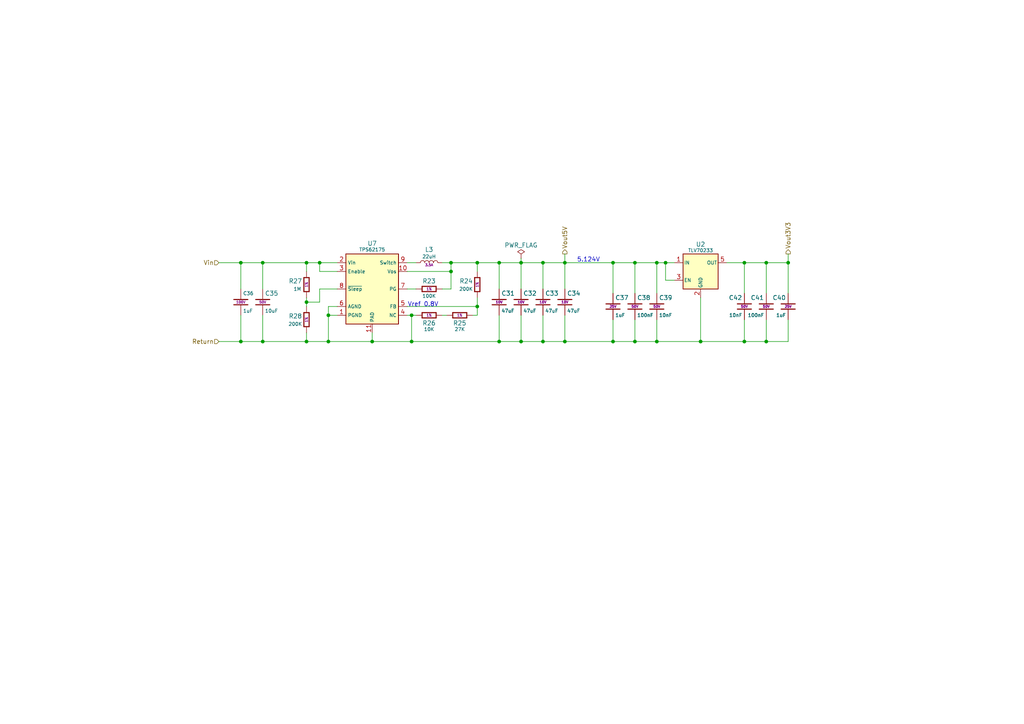
<source format=kicad_sch>
(kicad_sch (version 20231120) (generator "eeschema") (generator_version "8.0")
  (paper "A4")
  (lib_symbols
    (symbol "CoE_Capacitor:100nF" (pin_numbers hide) (pin_names (offset 0.254) hide)
      (property "Reference" "C" (at 0.635 2.54 0))
      (property "Value" "100nF" (at 0.635 -2.54 0))
      (property "Voltage" "50V" (at 0 0 0))
      (symbol "100nF_1_1"
        (polyline (pts (xy -2.032 -0.762) (xy 2.032 -0.762)) (stroke (width 0.3048)) (fill (type outline)))
        (polyline (pts (xy -2.032 0.762) (xy 2.032 0.762)) (stroke (width 0.3048)) (fill (type outline)))
        (pin passive line (at 0 3.81 270) (length 2.9972) (name "~") (number "1"))
        (pin passive line (at 0 -3.81 90) (length 2.9972) (name "~") (number "2"))
      )
    )
    (symbol "CoE_Capacitor:10nF" (pin_numbers hide) (pin_names (offset 0.254) hide)
      (property "Reference" "C" (at 0.635 2.54 0))
      (property "Value" "10nF" (at 0.635 -2.54 0))
      (property "Voltage" "50V" (at 0 0 0))
      (symbol "10nF_1_1"
        (polyline (pts (xy -2.032 -0.762) (xy 2.032 -0.762)) (stroke (width 0.3048)) (fill (type outline)))
        (polyline (pts (xy -2.032 0.762) (xy 2.032 0.762)) (stroke (width 0.3048)) (fill (type outline)))
        (pin passive line (at 0 3.81 270) (length 2.9972) (name "~") (number "1"))
        (pin passive line (at 0 -3.81 90) (length 2.9972) (name "~") (number "2"))
      )
    )
    (symbol "CoE_Capacitor:10uF" (pin_numbers hide) (pin_names (offset 0.254) hide)
      (property "Reference" "C" (at 0.635 2.54 0))
      (property "Value" "10uF" (at 0.635 -2.54 0))
      (property "Voltage" "50V" (at 0 0 0))
      (symbol "10uF_1_1"
        (polyline (pts (xy -2.032 -0.762) (xy 2.032 -0.762)) (stroke (width 0.3048)) (fill (type outline)))
        (polyline (pts (xy -2.032 0.762) (xy 2.032 0.762)) (stroke (width 0.3048)) (fill (type outline)))
        (pin passive line (at 0 3.81 270) (length 2.9972) (name "~") (number "1"))
        (pin passive line (at 0 -3.81 90) (length 2.9972) (name "~") (number "2"))
      )
    )
    (symbol "CoE_Capacitor:1uF" (pin_numbers hide) (pin_names (offset 0.254) hide)
      (property "Reference" "C" (at 0.635 2.54 0))
      (property "Value" "1uF" (at 0.635 -2.54 0))
      (property "Voltage" "25V" (at 0 0 0))
      (symbol "1uF_1_1"
        (polyline (pts (xy -2.032 -0.762) (xy 2.032 -0.762)) (stroke (width 0.3048)) (fill (type outline)))
        (polyline (pts (xy -2.032 0.762) (xy 2.032 0.762)) (stroke (width 0.3048)) (fill (type outline)))
        (pin passive line (at 0 3.81 270) (length 2.9972) (name "~") (number "1"))
        (pin passive line (at 0 -3.81 90) (length 2.9972) (name "~") (number "2"))
      )
    )
    (symbol "CoE_Capacitor:1uF-HV" (pin_numbers hide) (pin_names (offset 0.254) hide)
      (property "Reference" "C" (at 0.635 2.54 0))
      (property "Value" "1uF" (at 0.635 -2.54 0))
      (property "Voltage" "100V" (at 0 0 0))
      (symbol "1uF-HV_1_1"
        (polyline (pts (xy -2.032 -0.762) (xy 2.032 -0.762)) (stroke (width 0.3048)) (fill (type outline)))
        (polyline (pts (xy -2.032 0.762) (xy 2.032 0.762)) (stroke (width 0.3048)) (fill (type outline)))
        (pin passive line (at 0 3.81 270) (length 2.9972) (name "~") (number "1"))
        (pin passive line (at 0 -3.81 90) (length 2.9972) (name "~") (number "2"))
      )
    )
    (symbol "CoE_Capacitor:47uF" (pin_numbers hide) (pin_names (offset 0.254) hide)
      (property "Reference" "C" (at 0.635 2.54 0))
      (property "Value" "47uF" (at 0.635 -2.54 0))
      (property "Voltage" "10V" (at 0 0 0))
      (symbol "47uF_1_1"
        (polyline (pts (xy -2.032 -0.762) (xy 2.032 -0.762)) (stroke (width 0.3048)) (fill (type outline)))
        (polyline (pts (xy -2.032 0.762) (xy 2.032 0.762)) (stroke (width 0.3048)) (fill (type outline)))
        (pin passive line (at 0 3.81 270) (length 2.9972) (name "~") (number "1"))
        (pin passive line (at 0 -3.81 90) (length 2.9972) (name "~") (number "2"))
      )
    )
    (symbol "CoE_Inductor:22uH" (pin_numbers hide) (pin_names (offset 1.016) hide)
      (property "Reference" "L" (at 1.27 1.27 0))
      (property "Value" "22uH" (at 1.27 -1.27 0))
      (property "Saturation Current" "3.5A" (at -0.635 0 90))
      (symbol "22uH_0_1"
        (arc (start 0 -2.54) (mid 0.6323 -1.905) (end 0 -1.27))
        (arc (start 0 -1.27) (mid 0.6323 -0.635) (end 0 0))
        (arc (start 0 0) (mid 0.6323 0.635) (end 0 1.27))
        (arc (start 0 1.27) (mid 0.6323 1.905) (end 0 2.54))
      )
      (symbol "22uH_1_1"
        (pin passive line (at 0 3.81 270) (length 1.27) (name "1") (number "1"))
        (pin passive line (at 0 -3.81 90) (length 1.27) (name "2") (number "2"))
      )
    )
    (symbol "CoE_IntegratedCircuit:TLV70233" (pin_names (offset 0.254))
      (property "Reference" "U" (at 0 5.334 0))
      (property "Value" "TLV70233" (at 0 3.556 0))
      (symbol "TLV70233_0_1"
        (rectangle (start -5.08 2.54) (end 5.08 -7.62) (stroke (width 0.254)) (fill (type background)))
      )
      (symbol "TLV70233_1_1"
        (pin power_in line (at -7.62 0 0) (length 2.54) (name "IN") (number "1"))
        (pin power_in line (at 0 -10.16 90) (length 2.54) (name "GND") (number "2"))
        (pin input line (at -7.62 -5.08 0) (length 2.54) (name "EN") (number "3"))
        (pin no_connect line (at 7.62 -5.08 180) (length 2.54) hide (name "NC") (number "4"))
        (pin power_out line (at 7.62 0 180) (length 2.54) (name "OUT") (number "5"))
      )
    )
    (symbol "CoE_IntegratedCircuit:TPS62175"
      (property "Reference" "U" (at 0 13.208 0))
      (property "Value" "TPS62175" (at 0 11.43 0))
      (symbol "TPS62175_0_1"
        (rectangle (start -7.62 10.16) (end 7.62 -10.16) (stroke (width 0.254)) (fill (type background)))
      )
      (symbol "TPS62175_1_1"
        (pin power_in line (at -10.16 -7.62 0) (length 2.54) (name "PGND") (number "1"))
        (pin input line (at 10.16 5.08 180) (length 2.54) (name "Vos") (number "10"))
        (pin power_in line (at 0 -12.7 90) (length 2.54) (name "PAD") (number "11"))
        (pin power_in line (at -10.16 7.62 0) (length 2.54) (name "Vin") (number "2"))
        (pin input line (at -10.16 5.08 0) (length 2.54) (name "Enable") (number "3"))
        (pin passive line (at 10.16 -7.62 180) (length 2.54) (name "NC") (number "4"))
        (pin input line (at 10.16 -5.08 180) (length 2.54) (name "FB") (number "5"))
        (pin power_in line (at -10.16 -5.08 0) (length 2.54) (name "AGND") (number "6"))
        (pin output line (at 10.16 0 180) (length 2.54) (name "PG") (number "7"))
        (pin input line (at -10.16 0 0) (length 2.54) (name "~{Sleep}") (number "8"))
        (pin power_out line (at 10.16 7.62 180) (length 2.54) (name "Switch") (number "9"))
      )
    )
    (symbol "CoE_Resistor:100K" (pin_numbers hide) (pin_names (offset 0.254) hide)
      (property "Reference" "R" (at 1.27 1.27 0))
      (property "Value" "100K" (at 1.27 -1.27 0))
      (property "Tolerance" "1%" (at 0 0 90))
      (symbol "100K_1_1"
        (polyline (pts (xy -0.762 -2.032) (xy -0.762 2.032)) (stroke (width 0.3048)) (fill (type outline)))
        (polyline (pts (xy 0.762 -2.032) (xy -0.762 -2.032)) (stroke (width 0.3048)) (fill (type outline)))
        (polyline (pts (xy 0.762 -2.032) (xy 0.762 2.032)) (stroke (width 0.3048)) (fill (type outline)))
        (polyline (pts (xy 0.762 2.032) (xy -0.762 2.032)) (stroke (width 0.3048)) (fill (type outline)))
        (pin passive line (at 0 3.81 270) (length 1.6002) (name "~") (number "1"))
        (pin passive line (at 0 -3.81 90) (length 1.6002) (name "~") (number "2"))
      )
    )
    (symbol "CoE_Resistor:10K" (pin_numbers hide) (pin_names (offset 0.254) hide)
      (property "Reference" "R" (at 1.27 1.27 0))
      (property "Value" "10K" (at 1.27 -1.27 0))
      (property "Tolerance" "1%" (at 0 0 90))
      (symbol "10K_1_1"
        (polyline (pts (xy -0.762 -2.032) (xy -0.762 2.032)) (stroke (width 0.3048)) (fill (type outline)))
        (polyline (pts (xy 0.762 -2.032) (xy -0.762 -2.032)) (stroke (width 0.3048)) (fill (type outline)))
        (polyline (pts (xy 0.762 -2.032) (xy 0.762 2.032)) (stroke (width 0.3048)) (fill (type outline)))
        (polyline (pts (xy 0.762 2.032) (xy -0.762 2.032)) (stroke (width 0.3048)) (fill (type outline)))
        (pin passive line (at 0 3.81 270) (length 1.6002) (name "~") (number "1"))
        (pin passive line (at 0 -3.81 90) (length 1.6002) (name "~") (number "2"))
      )
    )
    (symbol "CoE_Resistor:1M" (pin_numbers hide) (pin_names (offset 0.254) hide)
      (property "Reference" "R" (at 1.27 1.27 0))
      (property "Value" "1M" (at 1.27 -1.27 0))
      (property "Tolerance" "1%" (at 0 0 90))
      (symbol "1M_1_1"
        (polyline (pts (xy -0.762 -2.032) (xy -0.762 2.032)) (stroke (width 0.3048)) (fill (type outline)))
        (polyline (pts (xy 0.762 -2.032) (xy -0.762 -2.032)) (stroke (width 0.3048)) (fill (type outline)))
        (polyline (pts (xy 0.762 -2.032) (xy 0.762 2.032)) (stroke (width 0.3048)) (fill (type outline)))
        (polyline (pts (xy 0.762 2.032) (xy -0.762 2.032)) (stroke (width 0.3048)) (fill (type outline)))
        (pin passive line (at 0 3.81 270) (length 1.6002) (name "~") (number "1"))
        (pin passive line (at 0 -3.81 90) (length 1.6002) (name "~") (number "2"))
      )
    )
    (symbol "CoE_Resistor:200K" (pin_numbers hide) (pin_names (offset 0.254) hide)
      (property "Reference" "R" (at 1.27 1.27 0))
      (property "Value" "200K" (at 1.27 -1.27 0))
      (property "Tolerance" "1%" (at 0 0 90))
      (symbol "200K_1_1"
        (polyline (pts (xy -0.762 -2.032) (xy -0.762 2.032)) (stroke (width 0.3048)) (fill (type outline)))
        (polyline (pts (xy 0.762 -2.032) (xy -0.762 -2.032)) (stroke (width 0.3048)) (fill (type outline)))
        (polyline (pts (xy 0.762 -2.032) (xy 0.762 2.032)) (stroke (width 0.3048)) (fill (type outline)))
        (polyline (pts (xy 0.762 2.032) (xy -0.762 2.032)) (stroke (width 0.3048)) (fill (type outline)))
        (pin passive line (at 0 3.81 270) (length 1.6002) (name "~") (number "1"))
        (pin passive line (at 0 -3.81 90) (length 1.6002) (name "~") (number "2"))
      )
    )
    (symbol "CoE_Resistor:27K" (pin_numbers hide) (pin_names (offset 0.254) hide)
      (property "Reference" "R" (at 1.27 1.27 0))
      (property "Value" "27K" (at 1.27 -1.27 0))
      (property "Tolerance" "1%" (at 0 0 90))
      (symbol "27K_1_1"
        (polyline (pts (xy -0.762 -2.032) (xy -0.762 2.032)) (stroke (width 0.3048)) (fill (type outline)))
        (polyline (pts (xy 0.762 -2.032) (xy -0.762 -2.032)) (stroke (width 0.3048)) (fill (type outline)))
        (polyline (pts (xy 0.762 -2.032) (xy 0.762 2.032)) (stroke (width 0.3048)) (fill (type outline)))
        (polyline (pts (xy 0.762 2.032) (xy -0.762 2.032)) (stroke (width 0.3048)) (fill (type outline)))
        (pin passive line (at 0 3.81 270) (length 1.6002) (name "~") (number "1"))
        (pin passive line (at 0 -3.81 90) (length 1.6002) (name "~") (number "2"))
      )
    )
    (symbol "power:PWR_FLAG" (power) (pin_numbers hide) (pin_names (offset 0) hide)
      (property "Value" "PWR_FLAG" (at 0 3.81 0))
      (symbol "PWR_FLAG_0_0"
        (pin power_out line (at 0 0 90) (length 0) (name "~") (number "1"))
      )
      (symbol "PWR_FLAG_0_1"
        (polyline (pts (xy 0 0) (xy 0 1.27) (xy -1.016 1.905) (xy 0 2.54) (xy 1.016 1.905) (xy 0 1.27)))
      )
    )
  )
  (junction (at 190.5 99.06))
  (junction (at 193.04 76.2))
  (junction (at 184.15 76.2))
  (junction (at 107.95 99.06))
  (junction (at 215.9 99.06))
  (junction (at 151.13 99.06))
  (junction (at 157.48 99.06))
  (junction (at 95.25 99.06))
  (junction (at 144.78 76.2))
  (junction (at 138.43 76.2))
  (junction (at 157.48 76.2))
  (junction (at 119.38 91.44))
  (junction (at 177.8 99.06))
  (junction (at 177.8 76.2))
  (junction (at 95.25 91.44))
  (junction (at 92.71 76.2))
  (junction (at 215.9 76.2))
  (junction (at 69.85 76.2))
  (junction (at 138.43 88.9))
  (junction (at 222.25 99.06))
  (junction (at 88.9 76.2))
  (junction (at 163.83 99.06))
  (junction (at 190.5 76.2))
  (junction (at 76.2 99.06))
  (junction (at 130.81 78.74))
  (junction (at 130.81 76.2))
  (junction (at 76.2 76.2))
  (junction (at 88.9 99.06))
  (junction (at 119.38 99.06))
  (junction (at 151.13 76.2))
  (junction (at 203.2 99.06))
  (junction (at 228.6 76.2))
  (junction (at 69.85 99.06))
  (junction (at 88.9 87.63))
  (junction (at 184.15 99.06))
  (junction (at 222.25 76.2))
  (junction (at 163.83 76.2))
  (junction (at 144.78 99.06))
  (wire (pts (xy 95.25 99.06) (xy 95.25 91.44)))
  (wire (pts (xy 69.85 99.06) (xy 76.2 99.06)))
  (wire (pts (xy 184.15 92.71) (xy 184.15 99.06)))
  (wire (pts (xy 129.54 91.44) (xy 128.27 91.44)))
  (wire (pts (xy 228.6 73.66) (xy 228.6 76.2)))
  (wire (pts (xy 138.43 88.9) (xy 138.43 91.44)))
  (wire (pts (xy 88.9 76.2) (xy 88.9 78.74)))
  (wire (pts (xy 138.43 76.2) (xy 144.78 76.2)))
  (wire (pts (xy 184.15 99.06) (xy 177.8 99.06)))
  (wire (pts (xy 222.25 76.2) (xy 215.9 76.2)))
  (wire (pts (xy 138.43 91.44) (xy 137.16 91.44)))
  (wire (pts (xy 190.5 99.06) (xy 190.5 92.71)))
  (wire (pts (xy 222.25 99.06) (xy 215.9 99.06)))
  (wire (pts (xy 144.78 76.2) (xy 151.13 76.2)))
  (wire (pts (xy 76.2 91.44) (xy 76.2 99.06)))
  (wire (pts (xy 215.9 76.2) (xy 210.82 76.2)))
  (wire (pts (xy 118.11 76.2) (xy 120.65 76.2)))
  (wire (pts (xy 88.9 96.52) (xy 88.9 99.06)))
  (wire (pts (xy 76.2 76.2) (xy 76.2 83.82)))
  (wire (pts (xy 184.15 99.06) (xy 190.5 99.06)))
  (wire (pts (xy 163.83 91.44) (xy 163.83 99.06)))
  (wire (pts (xy 92.71 78.74) (xy 92.71 76.2)))
  (wire (pts (xy 97.79 83.82) (xy 92.71 83.82)))
  (wire (pts (xy 92.71 76.2) (xy 88.9 76.2)))
  (wire (pts (xy 118.11 78.74) (xy 130.81 78.74)))
  (wire (pts (xy 193.04 81.28) (xy 193.04 76.2)))
  (wire (pts (xy 76.2 76.2) (xy 69.85 76.2)))
  (wire (pts (xy 138.43 88.9) (xy 138.43 86.36)))
  (wire (pts (xy 215.9 85.09) (xy 215.9 76.2)))
  (wire (pts (xy 195.58 81.28) (xy 193.04 81.28)))
  (wire (pts (xy 92.71 83.82) (xy 92.71 87.63)))
  (wire (pts (xy 63.5 76.2) (xy 69.85 76.2)))
  (wire (pts (xy 177.8 76.2) (xy 177.8 85.09)))
  (wire (pts (xy 95.25 91.44) (xy 97.79 91.44)))
  (wire (pts (xy 151.13 74.93) (xy 151.13 76.2)))
  (wire (pts (xy 76.2 99.06) (xy 88.9 99.06)))
  (wire (pts (xy 177.8 76.2) (xy 184.15 76.2)))
  (wire (pts (xy 88.9 76.2) (xy 76.2 76.2)))
  (wire (pts (xy 130.81 78.74) (xy 130.81 76.2)))
  (wire (pts (xy 138.43 76.2) (xy 138.43 78.74)))
  (wire (pts (xy 203.2 86.36) (xy 203.2 99.06)))
  (wire (pts (xy 151.13 76.2) (xy 151.13 83.82)))
  (wire (pts (xy 107.95 96.52) (xy 107.95 99.06)))
  (wire (pts (xy 118.11 88.9) (xy 138.43 88.9)))
  (wire (pts (xy 222.25 85.09) (xy 222.25 76.2)))
  (wire (pts (xy 177.8 99.06) (xy 163.83 99.06)))
  (wire (pts (xy 190.5 76.2) (xy 190.5 85.09)))
  (wire (pts (xy 107.95 99.06) (xy 95.25 99.06)))
  (wire (pts (xy 215.9 99.06) (xy 203.2 99.06)))
  (wire (pts (xy 151.13 99.06) (xy 157.48 99.06)))
  (wire (pts (xy 119.38 99.06) (xy 144.78 99.06)))
  (wire (pts (xy 88.9 99.06) (xy 95.25 99.06)))
  (wire (pts (xy 92.71 76.2) (xy 97.79 76.2)))
  (wire (pts (xy 157.48 76.2) (xy 157.48 83.82)))
  (wire (pts (xy 88.9 87.63) (xy 88.9 88.9)))
  (wire (pts (xy 177.8 92.71) (xy 177.8 99.06)))
  (wire (pts (xy 144.78 99.06) (xy 151.13 99.06)))
  (wire (pts (xy 144.78 76.2) (xy 144.78 83.82)))
  (wire (pts (xy 193.04 76.2) (xy 195.58 76.2)))
  (wire (pts (xy 222.25 92.71) (xy 222.25 99.06)))
  (wire (pts (xy 184.15 76.2) (xy 184.15 85.09)))
  (wire (pts (xy 97.79 88.9) (xy 95.25 88.9)))
  (wire (pts (xy 118.11 91.44) (xy 119.38 91.44)))
  (wire (pts (xy 119.38 91.44) (xy 120.65 91.44)))
  (wire (pts (xy 130.81 76.2) (xy 138.43 76.2)))
  (wire (pts (xy 203.2 99.06) (xy 190.5 99.06)))
  (wire (pts (xy 157.48 99.06) (xy 163.83 99.06)))
  (wire (pts (xy 228.6 99.06) (xy 222.25 99.06)))
  (wire (pts (xy 118.11 83.82) (xy 120.65 83.82)))
  (wire (pts (xy 163.83 76.2) (xy 177.8 76.2)))
  (wire (pts (xy 163.83 76.2) (xy 163.83 83.82)))
  (wire (pts (xy 95.25 88.9) (xy 95.25 91.44)))
  (wire (pts (xy 128.27 83.82) (xy 130.81 83.82)))
  (wire (pts (xy 157.48 91.44) (xy 157.48 99.06)))
  (wire (pts (xy 92.71 87.63) (xy 88.9 87.63)))
  (wire (pts (xy 184.15 76.2) (xy 190.5 76.2)))
  (wire (pts (xy 144.78 91.44) (xy 144.78 99.06)))
  (wire (pts (xy 163.83 73.66) (xy 163.83 76.2)))
  (wire (pts (xy 88.9 86.36) (xy 88.9 87.63)))
  (wire (pts (xy 107.95 99.06) (xy 119.38 99.06)))
  (wire (pts (xy 119.38 91.44) (xy 119.38 99.06)))
  (wire (pts (xy 151.13 76.2) (xy 157.48 76.2)))
  (wire (pts (xy 151.13 91.44) (xy 151.13 99.06)))
  (wire (pts (xy 130.81 83.82) (xy 130.81 78.74)))
  (wire (pts (xy 69.85 76.2) (xy 69.85 83.82)))
  (wire (pts (xy 69.85 91.44) (xy 69.85 99.06)))
  (wire (pts (xy 228.6 76.2) (xy 222.25 76.2)))
  (wire (pts (xy 97.79 78.74) (xy 92.71 78.74)))
  (wire (pts (xy 157.48 76.2) (xy 163.83 76.2)))
  (wire (pts (xy 63.5 99.06) (xy 69.85 99.06)))
  (wire (pts (xy 190.5 76.2) (xy 193.04 76.2)))
  (wire (pts (xy 130.81 76.2) (xy 128.27 76.2)))
  (wire (pts (xy 228.6 92.71) (xy 228.6 99.06)))
  (wire (pts (xy 228.6 85.09) (xy 228.6 76.2)))
  (wire (pts (xy 215.9 92.71) (xy 215.9 99.06)))
  (text "Vref 0.8V " (at 123.19 88.392 0) (effects (font (size 1.27 1.27))))
  (text "5.124V" (at 170.688 75.438 0) (effects (font (size 1.27 1.27))))
  (hierarchical_label "Vout5V" (shape output) (at 163.83 73.66 90))
  (hierarchical_label "Vin" (shape input) (at 63.5 76.2 180))
  (hierarchical_label "Vout3V3" (shape output) (at 228.6 73.66 90))
  (hierarchical_label "Return" (shape input) (at 63.5 99.06 180))
  (symbol (lib_id "CoE_Capacitor:100nF") (at 184.15 88.9 0) (unit 1)
    (property "Reference" "C38" (at 184.785 86.36 0) (effects (justify left)))
    (property "Value" "100nF" (at 184.785 91.44 0) (effects (font (size 0.9906 0.9906)) (justify left)))
    (property "Footprint" "CoF_Capacitor:C-0402" (effects (hide yes)))
    (property "Description" "50V 100nF X7R ±10% 0402 Multilayer Ceramic Capacitors MLCC - SMD/SMT ROHS" (effects (hide yes)))
    (property "Voltage" "50V" (at 184.15 88.9 0) (effects (font (size 0.7112 0.7112))))
    (property "MFR. Part #" "CL05B104KB54PNC" (effects (hide yes)))
    (property "JLCPCB Part #" "C307331" (effects (hide yes)))
  )
  (symbol (lib_id "CoE_Resistor:27K") (at 133.35 91.44 270) (unit 1)
    (property "Reference" "R25" (at 133.35 93.726 90))
    (property "Value" "27K" (at 133.35 95.504 90) (effects (font (size 0.9906 0.9906))))
    (property "Footprint" "CoF_Resistor:R-0402" (effects (hide yes)))
    (property "Description" "1/16W Thick Film Resistors 50V ±1% ±100ppm/℃ -55℃~+155℃ 27kΩ 0402 Chip Resistor - Surface Mount ROHS" (effects (hide yes)))
    (property "Tolerance" "1%" (at 133.35 91.44 90) (effects (font (size 0.7112 0.7112))))
    (property "MFR. Part #" "0402WGF2702TCE" (effects (hide yes)))
    (property "JLCPCB Part #" "C25771" (effects (hide yes)))
  )
  (symbol (lib_id "CoE_Capacitor:47uF") (at 144.78 87.63 0) (unit 1)
    (property "Reference" "C31" (at 145.415 85.09 0) (effects (justify left)))
    (property "Value" "47uF" (at 145.415 90.17 0) (effects (font (size 0.9906 0.9906)) (justify left)))
    (property "Footprint" "CoF_Capacitor:C-1210" (effects (hide yes)))
    (property "Description" "10V 47uF X5R ±20% 1210 Multilayer Ceramic Capacitors MLCC - SMD/SMT ROHS" (effects (hide yes)))
    (property "Voltage" "10V" (at 144.78 87.63 0) (effects (font (size 0.7112 0.7112))))
    (property "MFR. Part #" "C3225X5R1A476MT000E" (effects (hide yes)))
    (property "JLCPCB Part #" "C76680" (effects (hide yes)))
  )
  (symbol (lib_id "CoE_Capacitor:100nF") (at 222.25 88.9 0) (mirror y) (unit 1)
    (property "Reference" "C41" (at 221.615 86.36 0) (effects (justify left)))
    (property "Value" "100nF" (at 221.615 91.44 0) (effects (font (size 0.9906 0.9906)) (justify left)))
    (property "Footprint" "CoF_Capacitor:C-0402" (effects (hide yes)))
    (property "Description" "50V 100nF X7R ±10% 0402 Multilayer Ceramic Capacitors MLCC - SMD/SMT ROHS" (effects (hide yes)))
    (property "Voltage" "50V" (at 222.25 88.9 0) (effects (font (size 0.7112 0.7112))))
    (property "MFR. Part #" "CL05B104KB54PNC" (effects (hide yes)))
    (property "JLCPCB Part #" "C307331" (effects (hide yes)))
  )
  (symbol (lib_id "CoE_IntegratedCircuit:TPS62175") (at 107.95 83.82 0) (unit 1)
    (property "Reference" "U7" (at 107.95 70.612 0))
    (property "Value" "TPS62175" (at 107.95 72.39 0) (effects (font (size 0.9906 0.9906))))
    (property "Footprint" "CoF_SmallOutline:WSON10-2x3" (effects (hide yes)))
    (property "Datasheet" "https://www.ti.com/lit/ds/symlink/tps62175.pdf" (effects (hide yes)))
    (property "Description" "28V, 0.5A Step-Down Converter with SNOOZE Mode" (effects (hide yes)))
    (property "MFR.Part #" "TPS62175DQCR" (effects (hide yes)))
    (property "JLCPCB Part #" "C32097" (effects (hide yes)))
  )
  (symbol (lib_id "CoE_Capacitor:47uF") (at 157.48 87.63 0) (unit 1)
    (property "Reference" "C33" (at 158.115 85.09 0) (effects (justify left)))
    (property "Value" "47uF" (at 158.115 90.17 0) (effects (font (size 0.9906 0.9906)) (justify left)))
    (property "Footprint" "CoF_Capacitor:C-1210" (effects (hide yes)))
    (property "Description" "10V 47uF X5R ±20% 1210 Multilayer Ceramic Capacitors MLCC - SMD/SMT ROHS" (effects (hide yes)))
    (property "Voltage" "10V" (at 157.48 87.63 0) (effects (font (size 0.7112 0.7112))))
    (property "MFR. Part #" "C3225X5R1A476MT000E" (effects (hide yes)))
    (property "JLCPCB Part #" "C76680" (effects (hide yes)))
  )
  (symbol (lib_id "CoE_Capacitor:1uF") (at 228.6 88.9 0) (mirror y) (unit 1)
    (property "Reference" "C40" (at 227.965 86.36 0) (effects (justify left)))
    (property "Value" "1uF" (at 227.965 91.44 0) (effects (font (size 0.9906 0.9906)) (justify left)))
    (property "Footprint" "CoF_Capacitor:C-0402" (effects (hide yes)))
    (property "Description" "25V 1uF X5R ±10% 0402 Multilayer Ceramic Capacitors MLCC - SMD/SMT ROHS" (effects (hide yes)))
    (property "Voltage" "25V" (at 228.6 88.9 0) (effects (font (size 0.7112 0.7112))))
    (property "MFR. Part #" "CL05A105KA5NQNC" (effects (hide yes)))
    (property "JLCPCB Part #" "C52923" (effects (hide yes)))
  )
  (symbol (lib_id "CoE_Capacitor:1uF-HV") (at 69.85 87.63 0) (unit 1)
    (property "Reference" "C36" (at 70.485 85.09 0) (effects (font (size 1 1)) (justify left)))
    (property "Value" "1uF" (at 70.485 90.17 0) (effects (font (size 0.9906 0.9906)) (justify left)))
    (property "Footprint" "CoF_Capacitor:C-1206" (effects (hide yes)))
    (property "Description" "100V 1uF X7R ±20% 1206  Multilayer Ceramic Capacitors MLCC - SMD/SMT ROHS" (effects (hide yes)))
    (property "Voltage" "100V" (at 69.85 87.63 0) (effects (font (size 0.7112 0.7112))))
    (property "MFR. Part #" "NC1206B105M101CEGN" (effects (hide yes)))
    (property "JLCPCB Part #" "C2961023" (effects (hide yes)))
  )
  (symbol (lib_id "CoE_Resistor:1M") (at 88.9 82.55 0) (unit 1)
    (property "Reference" "R27" (at 87.63 81.534 0) (effects (justify right)))
    (property "Value" "1M" (at 87.376 83.82 0) (effects (font (size 0.9906 0.9906)) (justify right)))
    (property "Footprint" "CoF_Resistor:R-0402" (effects (hide yes)))
    (property "Description" "1/16W Thick Film Resistors 50V ±1% ±100ppm/℃ -55℃~+155℃ 1MΩ 0402 Chip Resistor - Surface Mount ROHS" (effects (hide yes)))
    (property "Tolerance" "1%" (at 88.9 82.55 90) (effects (font (size 0.7112 0.7112))))
    (property "MFR. Part #" "0402WGF1004TCE" (effects (hide yes)))
    (property "JLCPCB Part #" "C26083" (effects (hide yes)))
  )
  (symbol (lib_id "CoE_Inductor:22uH") (at 124.46 76.2 90) (unit 1)
    (property "Reference" "L3" (at 124.46 72.39 90))
    (property "Value" "22uH" (at 124.46 74.422 90) (effects (font (size 0.9906 0.9906))))
    (property "Footprint" "CoF_Inductor:L-7.1-6.6" (effects (hide yes)))
    (property "Datasheet" "https://datasheet.lcsc.com/lcsc/2108131530_SXN-Shun-Xiang-Nuo-Elec-SMMS0630-220M_C128694.pdf" (effects (hide yes)))
    (property "Description" "22uH ±20% SMD,7.3x6.6x3mm Power Inductors ROHS" (effects (hide yes)))
    (property "Saturation Current" "3.5A" (at 124.46 76.835 90) (effects (font (size 0.7112 0.7112))))
    (property "MFR. Part #" "SMMS0630-220M" (effects (hide yes)))
    (property "JLCPCB Part #" "C128694" (effects (hide yes)))
  )
  (symbol (lib_id "CoE_Capacitor:47uF") (at 163.83 87.63 0) (unit 1)
    (property "Reference" "C34" (at 164.465 85.09 0) (effects (justify left)))
    (property "Value" "47uF" (at 164.465 90.17 0) (effects (font (size 0.9906 0.9906)) (justify left)))
    (property "Footprint" "CoF_Capacitor:C-1210" (effects (hide yes)))
    (property "Description" "10V 47uF X5R ±20% 1210 Multilayer Ceramic Capacitors MLCC - SMD/SMT ROHS" (effects (hide yes)))
    (property "Voltage" "10V" (at 163.83 87.63 0) (effects (font (size 0.7112 0.7112))))
    (property "MFR. Part #" "C3225X5R1A476MT000E" (effects (hide yes)))
    (property "JLCPCB Part #" "C76680" (effects (hide yes)))
  )
  (symbol (lib_id "CoE_IntegratedCircuit:TLV70233") (at 203.2 76.2 0) (unit 1)
    (property "Reference" "U2" (at 203.2 70.866 0))
    (property "Value" "TLV70233" (at 203.2 72.644 0) (effects (font (size 0.9906 0.9906))))
    (property "Footprint" "CoF_SmallOutline:SOT-23-5" (effects (hide yes)))
    (property "Datasheet" "https://wmsc.lcsc.com/wmsc/upload/file/pdf/v2/lcsc/1809251716_Texas-Instruments-TLV70233DBVR_C26833.pdf" (effects (hide yes)))
    (property "Description" "300mA 68dB@(1kHz) Fixed 3.3V Positive 5.5V SOT-23-5  Linear Voltage Regulators (LDO) ROHS" (effects (hide yes)))
    (property "MFR.Part #" "TLV70233DBVR" (effects (hide yes)))
    (property "JLCPCB Part #" "C26833" (effects (hide yes)))
  )
  (symbol (lib_id "power:PWR_FLAG") (at 151.13 74.93 0) (unit 1)
    (property "Reference" "#FLG03" (effects (hide yes)))
    (property "Value" "PWR_FLAG" (at 151.13 71.12 0))
    (property "Description" "Special symbol for telling ERC where power comes from" (effects (hide yes)))
  )
  (symbol (lib_id "CoE_Capacitor:10nF") (at 215.9 88.9 0) (mirror y) (unit 1)
    (property "Reference" "C42" (at 215.265 86.36 0) (effects (justify left)))
    (property "Value" "10nF" (at 215.265 91.44 0) (effects (font (size 0.9906 0.9906)) (justify left)))
    (property "Footprint" "CoF_Capacitor:C-0402" (effects (hide yes)))
    (property "Description" "50V 10nF X7R ±10% 0402 Multilayer Ceramic Capacitors MLCC - SMD/SMT ROHS" (effects (hide yes)))
    (property "Voltage" "50V" (at 215.9 88.9 0) (effects (font (size 0.7112 0.7112))))
    (property "MFR. Part #" "CL05B103KB5NNNC" (effects (hide yes)))
    (property "JLCPCB Part #" "C15195" (effects (hide yes)))
  )
  (symbol (lib_id "CoE_Capacitor:47uF") (at 151.13 87.63 0) (unit 1)
    (property "Reference" "C32" (at 151.765 85.09 0) (effects (justify left)))
    (property "Value" "47uF" (at 151.765 90.17 0) (effects (font (size 0.9906 0.9906)) (justify left)))
    (property "Footprint" "CoF_Capacitor:C-1210" (effects (hide yes)))
    (property "Description" "10V 47uF X5R ±20% 1210 Multilayer Ceramic Capacitors MLCC - SMD/SMT ROHS" (effects (hide yes)))
    (property "Voltage" "10V" (at 151.13 87.63 0) (effects (font (size 0.7112 0.7112))))
    (property "MFR. Part #" "C3225X5R1A476MT000E" (effects (hide yes)))
    (property "JLCPCB Part #" "C76680" (effects (hide yes)))
  )
  (symbol (lib_id "CoE_Capacitor:10uF") (at 76.2 87.63 0) (unit 1)
    (property "Reference" "C35" (at 76.835 85.09 0) (effects (justify left)))
    (property "Value" "10uF" (at 76.835 90.17 0) (effects (font (size 0.9906 0.9906)) (justify left)))
    (property "Footprint" "CoF_Capacitor:C-0805" (effects (hide yes)))
    (property "Description" "50V 10uF X5R ±10% 0805 Multilayer Ceramic Capacitors MLCC - SMD/SMT ROHS " (effects (hide yes)))
    (property "Voltage" "50V" (at 76.2 87.63 0) (effects (font (size 0.7112 0.7112))))
    (property "MFR. Part #" "GRM21BR61H106KE43L" (effects (hide yes)))
    (property "JLCPCB Part #" "C440198" (effects (hide yes)))
  )
  (symbol (lib_id "CoE_Capacitor:1uF") (at 177.8 88.9 0) (unit 1)
    (property "Reference" "C37" (at 178.435 86.36 0) (effects (justify left)))
    (property "Value" "1uF" (at 178.435 91.44 0) (effects (font (size 0.9906 0.9906)) (justify left)))
    (property "Footprint" "CoF_Capacitor:C-0402" (effects (hide yes)))
    (property "Description" "25V 1uF X5R ±10% 0402 Multilayer Ceramic Capacitors MLCC - SMD/SMT ROHS" (effects (hide yes)))
    (property "Voltage" "25V" (at 177.8 88.9 0) (effects (font (size 0.7112 0.7112))))
    (property "MFR. Part #" "CL05A105KA5NQNC" (effects (hide yes)))
    (property "JLCPCB Part #" "C52923" (effects (hide yes)))
  )
  (symbol (lib_id "CoE_Resistor:10K") (at 124.46 91.44 270) (unit 1)
    (property "Reference" "R26" (at 124.46 93.726 90))
    (property "Value" "10K" (at 124.46 95.504 90) (effects (font (size 0.9906 0.9906))))
    (property "Footprint" "CoF_Resistor:R-0402" (effects (hide yes)))
    (property "Description" "±1% 1/16W Thick Film Resistors 50V ±100ppm/℃ -55℃~+155℃ 10kΩ 0402 Chip Resistor - Surface Mount ROHS" (effects (hide yes)))
    (property "Tolerance" "1%" (at 124.46 91.44 90) (effects (font (size 0.7112 0.7112))))
    (property "MFR. Part #" "0402WGF1002TCE" (effects (hide yes)))
    (property "JLCPCB Part #" "C25744" (effects (hide yes)))
  )
  (symbol (lib_id "CoE_Resistor:200K") (at 88.9 92.71 0) (unit 1)
    (property "Reference" "R28" (at 87.63 91.694 0) (effects (justify right)))
    (property "Value" "200K" (at 87.63 93.98 0) (effects (font (size 0.9906 0.9906)) (justify right)))
    (property "Footprint" "CoF_Resistor:R-0402" (effects (hide yes)))
    (property "Description" "±1% 1/16W Thick Film Resistors 50V ±100ppm/℃ -55℃~+155℃ 200kΩ 0402 Chip Resistor - Surface Mount ROHS" (effects (hide yes)))
    (property "Tolerance" "1%" (at 88.9 92.71 90) (effects (font (size 0.7112 0.7112))))
    (property "MFR. Part #" "0402WGF2003TCE" (effects (hide yes)))
    (property "JLCPCB Part #" "C25764" (effects (hide yes)))
  )
  (symbol (lib_id "CoE_Resistor:100K") (at 124.46 83.82 90) (unit 1)
    (property "Reference" "R23" (at 124.46 81.534 90))
    (property "Value" "100K" (at 124.46 85.852 90) (effects (font (size 0.9906 0.9906))))
    (property "Footprint" "CoF_Resistor:R-0402" (effects (hide yes)))
    (property "Description" "±1% 1/16W Thick Film Resistors 50V ±100ppm/℃ -55℃~+155℃ 100kΩ 0402 Chip Resistor - Surface Mount ROHS" (effects (hide yes)))
    (property "Tolerance" "1%" (at 124.46 83.82 90) (effects (font (size 0.7112 0.7112))))
    (property "MFR. Part #" "0402WGF1003TCE" (effects (hide yes)))
    (property "JLCPCB Part #" "C25741" (effects (hide yes)))
  )
  (symbol (lib_id "CoE_Capacitor:10nF") (at 190.5 88.9 0) (unit 1)
    (property "Reference" "C39" (at 191.135 86.36 0) (effects (justify left)))
    (property "Value" "10nF" (at 191.135 91.44 0) (effects (font (size 0.9906 0.9906)) (justify left)))
    (property "Footprint" "CoF_Capacitor:C-0402" (effects (hide yes)))
    (property "Description" "50V 10nF X7R ±10% 0402 Multilayer Ceramic Capacitors MLCC - SMD/SMT ROHS" (effects (hide yes)))
    (property "Voltage" "50V" (at 190.5 88.9 0) (effects (font (size 0.7112 0.7112))))
    (property "MFR. Part #" "CL05B103KB5NNNC" (effects (hide yes)))
    (property "JLCPCB Part #" "C15195" (effects (hide yes)))
  )
  (symbol (lib_id "CoE_Resistor:200K") (at 138.43 82.55 0) (unit 1)
    (property "Reference" "R24" (at 137.16 81.534 0) (effects (justify right)))
    (property "Value" "200K" (at 137.16 83.82 0) (effects (font (size 0.9906 0.9906)) (justify right)))
    (property "Footprint" "CoF_Resistor:R-0402" (effects (hide yes)))
    (property "Description" "±1% 1/16W Thick Film Resistors 50V ±100ppm/℃ -55℃~+155℃ 200kΩ 0402 Chip Resistor - Surface Mount ROHS" (effects (hide yes)))
    (property "Tolerance" "1%" (at 138.43 82.55 90) (effects (font (size 0.7112 0.7112))))
    (property "MFR. Part #" "0402WGF2003TCE" (effects (hide yes)))
    (property "JLCPCB Part #" "C25764" (effects (hide yes)))
  )
)
</source>
